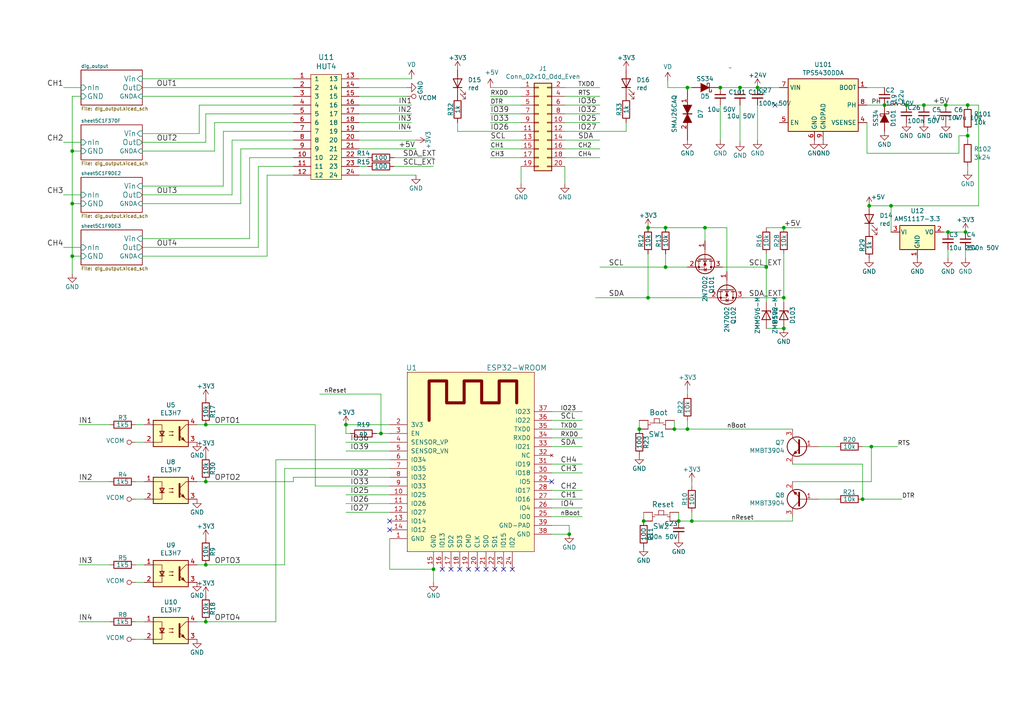
<source format=kicad_sch>
(kicad_sch (version 20230121) (generator eeschema)
  (paper "A4")
  (junction (at 280.67 39.37))
  (junction (at 196.85 151.13))
  (junction (at 208.915 25.4))
  (junction (at 204.47 66.04))
  (junction (at 193.04 66.04))
  (junction (at 200.66 151.13))
  (junction (at 258.445 59.69))
  (junction (at 20.955 59.055))
  (junction (at 199.39 124.46))
  (junction (at 227.33 95.25))
  (junction (at 267.97 30.48))
  (junction (at 187.96 66.04))
  (junction (at 59.69 180.34))
  (junction (at 274.955 67.31))
  (junction (at 195.58 124.46))
  (junction (at 256.54 30.48))
  (junction (at 187.96 86.36))
  (junction (at 250.19 144.78))
  (junction (at 185.42 124.46))
  (junction (at 186.69 151.13))
  (junction (at 280.035 67.31))
  (junction (at 165.1 154.94))
  (junction (at 125.73 165.1))
  (junction (at 110.49 125.73))
  (junction (at 219.71 25.4))
  (junction (at 20.955 43.815))
  (junction (at 252.73 129.54))
  (junction (at 214.63 25.4))
  (junction (at 227.33 86.36))
  (junction (at 274.32 30.48))
  (junction (at 100.33 123.19))
  (junction (at 222.25 77.47))
  (junction (at 227.33 66.04))
  (junction (at 20.955 74.295))
  (junction (at 193.04 77.47))
  (junction (at 59.69 123.19))
  (junction (at 252.095 59.69))
  (junction (at 262.89 30.48))
  (junction (at 59.69 163.83))
  (junction (at 199.39 25.4))
  (junction (at 59.69 139.7))
  (junction (at 280.67 30.48))
  (no_connect (at 160.02 139.7))
  (no_connect (at 113.03 151.13))
  (no_connect (at 113.03 153.67))
  (no_connect (at 138.43 165.1))
  (no_connect (at 133.35 165.1))
  (no_connect (at 135.89 165.1))
  (no_connect (at 146.05 165.1))
  (no_connect (at 224.79 30.48))
  (no_connect (at 148.59 165.1))
  (no_connect (at 143.51 165.1))
  (no_connect (at 128.27 165.1))
  (no_connect (at 130.81 165.1))
  (no_connect (at 140.97 165.1))
  (wire (pts (xy 226.06 25.4) (xy 219.71 25.4)))
  (wire (pts (xy 199.39 124.46) (xy 195.58 124.46)))
  (wire (pts (xy 151.13 45.72) (xy 142.24 45.72)))
  (wire (pts (xy 250.19 134.62) (xy 250.19 144.78)))
  (wire (pts (xy 62.23 35.56) (xy 62.23 43.815)))
  (wire (pts (xy 193.675 25.4) (xy 199.39 25.4)))
  (wire (pts (xy 41.275 69.215) (xy 72.39 69.215)))
  (wire (pts (xy 39.37 185.42) (xy 41.91 185.42)))
  (wire (pts (xy 199.39 124.46) (xy 229.87 124.46)))
  (wire (pts (xy 168.91 124.46) (xy 160.02 124.46)))
  (wire (pts (xy 186.69 151.13) (xy 186.69 148.59)))
  (wire (pts (xy 85.09 35.56) (xy 62.23 35.56)))
  (wire (pts (xy 110.49 125.73) (xy 109.22 125.73)))
  (wire (pts (xy 262.89 30.48) (xy 267.97 30.48)))
  (wire (pts (xy 251.46 30.48) (xy 256.54 30.48)))
  (wire (pts (xy 210.82 78.74) (xy 210.82 66.04)))
  (wire (pts (xy 23.495 74.295) (xy 20.955 74.295)))
  (wire (pts (xy 163.83 33.02) (xy 173.99 33.02)))
  (wire (pts (xy 251.46 44.45) (xy 278.13 44.45)))
  (wire (pts (xy 252.73 139.7) (xy 252.73 129.54)))
  (wire (pts (xy 104.14 40.64) (xy 120.65 40.64)))
  (wire (pts (xy 258.445 59.69) (xy 283.845 59.69)))
  (wire (pts (xy 41.275 53.975) (xy 64.77 53.975)))
  (wire (pts (xy 23.495 41.275) (xy 18.415 41.275)))
  (wire (pts (xy 160.02 127) (xy 168.91 127)))
  (wire (pts (xy 227.33 73.66) (xy 227.33 86.36)))
  (wire (pts (xy 280.67 48.26) (xy 280.67 49.53)))
  (wire (pts (xy 187.96 86.36) (xy 187.96 73.66)))
  (wire (pts (xy 113.03 146.05) (xy 100.33 146.05)))
  (wire (pts (xy 274.955 74.93) (xy 274.955 72.39)))
  (wire (pts (xy 20.955 27.94) (xy 20.955 43.815)))
  (wire (pts (xy 163.83 35.56) (xy 173.99 35.56)))
  (wire (pts (xy 85.09 138.43) (xy 85.09 139.7)))
  (wire (pts (xy 151.13 33.02) (xy 142.24 33.02)))
  (wire (pts (xy 57.15 139.7) (xy 59.69 139.7)))
  (wire (pts (xy 214.63 25.4) (xy 219.71 25.4)))
  (wire (pts (xy 22.86 163.83) (xy 31.75 163.83)))
  (wire (pts (xy 59.69 139.7) (xy 85.09 139.7)))
  (wire (pts (xy 193.675 23.495) (xy 193.675 25.4)))
  (wire (pts (xy 39.37 144.78) (xy 41.91 144.78)))
  (wire (pts (xy 85.09 33.02) (xy 59.69 33.02)))
  (wire (pts (xy 283.845 59.69) (xy 283.845 30.48)))
  (wire (pts (xy 20.955 43.815) (xy 20.955 59.055)))
  (wire (pts (xy 74.93 48.26) (xy 74.93 71.755)))
  (wire (pts (xy 85.09 40.64) (xy 67.31 40.64)))
  (wire (pts (xy 256.54 30.48) (xy 257.81 30.48)))
  (wire (pts (xy 280.67 30.48) (xy 283.845 30.48)))
  (wire (pts (xy 160.02 149.86) (xy 168.91 149.86)))
  (wire (pts (xy 106.68 45.72) (xy 104.14 45.72)))
  (wire (pts (xy 215.9 86.36) (xy 227.33 86.36)))
  (wire (pts (xy 208.915 25.4) (xy 214.63 25.4)))
  (wire (pts (xy 85.09 50.8) (xy 77.47 50.8)))
  (wire (pts (xy 125.73 168.91) (xy 125.73 165.1)))
  (wire (pts (xy 59.69 180.34) (xy 80.01 180.34)))
  (wire (pts (xy 85.09 38.1) (xy 64.77 38.1)))
  (wire (pts (xy 23.495 27.94) (xy 20.955 27.94)))
  (wire (pts (xy 18.415 25.4) (xy 23.495 25.4)))
  (wire (pts (xy 151.13 25.4) (xy 142.24 25.4)))
  (wire (pts (xy 222.25 77.47) (xy 222.25 73.66)))
  (wire (pts (xy 163.83 45.72) (xy 173.99 45.72)))
  (wire (pts (xy 200.66 151.13) (xy 229.87 151.13)))
  (wire (pts (xy 91.44 140.97) (xy 113.03 140.97)))
  (wire (pts (xy 160.02 152.4) (xy 165.1 152.4)))
  (wire (pts (xy 160.02 154.94) (xy 165.1 154.94)))
  (wire (pts (xy 57.15 180.34) (xy 59.69 180.34)))
  (wire (pts (xy 151.13 30.48) (xy 142.24 30.48)))
  (wire (pts (xy 224.79 30.48) (xy 226.06 30.48)))
  (wire (pts (xy 280.67 38.1) (xy 280.67 39.37)))
  (wire (pts (xy 59.69 123.19) (xy 91.44 123.19)))
  (wire (pts (xy 41.275 25.4) (xy 85.09 25.4)))
  (wire (pts (xy 193.04 77.47) (xy 173.99 77.47)))
  (wire (pts (xy 20.955 74.295) (xy 20.955 79.375)))
  (wire (pts (xy 23.495 56.515) (xy 18.415 56.515)))
  (wire (pts (xy 267.97 30.48) (xy 274.32 30.48)))
  (wire (pts (xy 258.445 67.31) (xy 258.445 59.69)))
  (wire (pts (xy 209.55 77.47) (xy 222.25 77.47)))
  (wire (pts (xy 77.47 74.295) (xy 41.275 74.295)))
  (wire (pts (xy 151.13 48.26) (xy 151.13 53.34)))
  (wire (pts (xy 41.275 27.94) (xy 85.09 27.94)))
  (wire (pts (xy 113.03 148.59) (xy 100.33 148.59)))
  (wire (pts (xy 199.39 25.4) (xy 200.66 25.4)))
  (wire (pts (xy 280.035 74.93) (xy 280.035 72.39)))
  (wire (pts (xy 23.495 71.755) (xy 18.415 71.755)))
  (wire (pts (xy 163.83 48.26) (xy 163.83 53.34)))
  (wire (pts (xy 193.04 66.04) (xy 204.47 66.04)))
  (wire (pts (xy 163.83 38.1) (xy 181.61 38.1)))
  (wire (pts (xy 57.15 123.19) (xy 59.69 123.19)))
  (wire (pts (xy 69.85 59.055) (xy 69.85 43.18)))
  (wire (pts (xy 278.13 44.45) (xy 278.13 39.37)))
  (wire (pts (xy 222.25 66.04) (xy 227.33 66.04)))
  (wire (pts (xy 185.42 124.46) (xy 185.42 121.92)))
  (wire (pts (xy 23.495 59.055) (xy 20.955 59.055)))
  (wire (pts (xy 20.955 59.055) (xy 20.955 74.295)))
  (wire (pts (xy 114.3 45.72) (xy 125.73 45.72)))
  (wire (pts (xy 151.13 40.64) (xy 142.24 40.64)))
  (wire (pts (xy 278.13 39.37) (xy 280.67 39.37)))
  (wire (pts (xy 274.32 30.48) (xy 280.67 30.48)))
  (wire (pts (xy 113.03 143.51) (xy 100.33 143.51)))
  (wire (pts (xy 113.03 125.73) (xy 110.49 125.73)))
  (wire (pts (xy 205.74 86.36) (xy 187.96 86.36)))
  (wire (pts (xy 120.65 50.8) (xy 104.14 50.8)))
  (wire (pts (xy 57.785 30.48) (xy 57.785 38.735)))
  (wire (pts (xy 200.66 148.59) (xy 200.66 151.13)))
  (wire (pts (xy 204.47 66.04) (xy 210.82 66.04)))
  (wire (pts (xy 252.095 59.69) (xy 258.445 59.69)))
  (wire (pts (xy 113.03 128.27) (xy 100.33 128.27)))
  (wire (pts (xy 101.6 125.73) (xy 100.33 125.73)))
  (wire (pts (xy 163.83 25.4) (xy 173.99 25.4)))
  (wire (pts (xy 82.55 135.89) (xy 113.03 135.89)))
  (wire (pts (xy 85.09 48.26) (xy 74.93 48.26)))
  (wire (pts (xy 22.86 123.19) (xy 31.75 123.19)))
  (wire (pts (xy 104.14 43.18) (xy 120.65 43.18)))
  (wire (pts (xy 187.96 86.36) (xy 172.72 86.36)))
  (wire (pts (xy 39.37 163.83) (xy 41.91 163.83)))
  (wire (pts (xy 222.25 77.47) (xy 222.25 87.63)))
  (wire (pts (xy 250.19 144.78) (xy 261.62 144.78)))
  (wire (pts (xy 67.31 40.64) (xy 67.31 56.515)))
  (wire (pts (xy 62.23 43.815) (xy 41.275 43.815)))
  (wire (pts (xy 104.14 30.48) (xy 119.38 30.48)))
  (wire (pts (xy 160.02 121.92) (xy 168.91 121.92)))
  (wire (pts (xy 39.37 168.91) (xy 41.91 168.91)))
  (wire (pts (xy 85.09 45.72) (xy 72.39 45.72)))
  (wire (pts (xy 195.58 124.46) (xy 195.58 121.92)))
  (wire (pts (xy 227.33 87.63) (xy 227.33 86.36)))
  (wire (pts (xy 59.69 163.83) (xy 82.55 163.83)))
  (wire (pts (xy 273.685 67.31) (xy 274.955 67.31)))
  (wire (pts (xy 227.33 95.25) (xy 222.25 95.25)))
  (wire (pts (xy 22.86 180.34) (xy 31.75 180.34)))
  (wire (pts (xy 200.66 151.13) (xy 196.85 151.13)))
  (wire (pts (xy 113.03 130.81) (xy 100.33 130.81)))
  (wire (pts (xy 113.03 156.21) (xy 113.03 165.1)))
  (wire (pts (xy 41.275 41.275) (xy 59.69 41.275)))
  (wire (pts (xy 72.39 45.72) (xy 72.39 69.215)))
  (wire (pts (xy 132.715 38.1) (xy 132.715 35.56)))
  (wire (pts (xy 208.28 25.4) (xy 208.915 25.4)))
  (wire (pts (xy 229.87 139.7) (xy 252.73 139.7)))
  (wire (pts (xy 196.85 151.13) (xy 196.85 148.59)))
  (wire (pts (xy 104.14 25.4) (xy 118.11 25.4)))
  (wire (pts (xy 80.01 133.35) (xy 80.01 180.34)))
  (wire (pts (xy 41.275 71.755) (xy 74.93 71.755)))
  (wire (pts (xy 211.455 19.685) (xy 212.09 19.685)))
  (wire (pts (xy 106.68 48.26) (xy 104.14 48.26)))
  (wire (pts (xy 22.86 139.7) (xy 31.75 139.7)))
  (wire (pts (xy 113.03 165.1) (xy 125.73 165.1)))
  (wire (pts (xy 251.46 25.4) (xy 256.54 25.4)))
  (wire (pts (xy 165.1 152.4) (xy 165.1 154.94)))
  (wire (pts (xy 64.77 38.1) (xy 64.77 53.975)))
  (wire (pts (xy 208.915 30.48) (xy 208.915 40.64)))
  (wire (pts (xy 110.49 125.73) (xy 110.49 114.3)))
  (wire (pts (xy 41.275 38.735) (xy 57.785 38.735)))
  (wire (pts (xy 251.46 35.56) (xy 251.46 44.45)))
  (wire (pts (xy 160.02 134.62) (xy 168.91 134.62)))
  (wire (pts (xy 114.3 48.26) (xy 125.73 48.26)))
  (wire (pts (xy 160.02 144.78) (xy 168.91 144.78)))
  (wire (pts (xy 41.275 59.055) (xy 69.85 59.055)))
  (wire (pts (xy 160.02 147.32) (xy 168.91 147.32)))
  (wire (pts (xy 160.02 119.38) (xy 168.91 119.38)))
  (wire (pts (xy 163.83 40.64) (xy 173.99 40.64)))
  (wire (pts (xy 252.73 129.54) (xy 250.19 129.54)))
  (wire (pts (xy 199.39 77.47) (xy 193.04 77.47)))
  (wire (pts (xy 274.955 67.31) (xy 280.035 67.31)))
  (wire (pts (xy 104.14 33.02) (xy 119.38 33.02)))
  (wire (pts (xy 214.63 30.48) (xy 214.63 41.275)))
  (wire (pts (xy 104.14 38.1) (xy 119.38 38.1)))
  (wire (pts (xy 104.14 22.86) (xy 119.38 22.86)))
  (wire (pts (xy 187.96 66.04) (xy 193.04 66.04)))
  (wire (pts (xy 39.37 139.7) (xy 41.91 139.7)))
  (wire (pts (xy 41.275 22.86) (xy 85.09 22.86)))
  (wire (pts (xy 227.33 66.04) (xy 232.41 66.04)))
  (wire (pts (xy 100.33 125.73) (xy 100.33 123.19)))
  (wire (pts (xy 252.73 129.54) (xy 260.35 129.54)))
  (wire (pts (xy 160.02 142.24) (xy 168.91 142.24)))
  (wire (pts (xy 142.24 35.56) (xy 151.13 35.56)))
  (wire (pts (xy 85.09 138.43) (xy 113.03 138.43)))
  (wire (pts (xy 219.71 30.48) (xy 219.71 40.64)))
  (wire (pts (xy 110.49 114.3) (xy 92.71 114.3)))
  (wire (pts (xy 160.02 129.54) (xy 168.91 129.54)))
  (wire (pts (xy 237.49 144.78) (xy 242.57 144.78)))
  (wire (pts (xy 104.14 35.56) (xy 119.38 35.56)))
  (wire (pts (xy 151.13 43.18) (xy 142.24 43.18)))
  (wire (pts (xy 193.04 77.47) (xy 193.04 73.66)))
  (wire (pts (xy 181.61 38.1) (xy 181.61 35.56)))
  (wire (pts (xy 199.39 121.92) (xy 199.39 124.46)))
  (wire (pts (xy 163.83 27.94) (xy 173.99 27.94)))
  (wire (pts (xy 100.33 123.19) (xy 113.03 123.19)))
  (wire (pts (xy 57.15 163.83) (xy 59.69 163.83)))
  (wire (pts (xy 91.44 123.19) (xy 91.44 140.97)))
  (wire (pts (xy 200.66 139.7) (xy 200.66 140.97)))
  (wire (pts (xy 132.715 38.1) (xy 151.13 38.1)))
  (wire (pts (xy 237.49 129.54) (xy 242.57 129.54)))
  (wire (pts (xy 69.85 43.18) (xy 85.09 43.18)))
  (wire (pts (xy 41.275 56.515) (xy 67.31 56.515)))
  (wire (pts (xy 39.37 128.27) (xy 41.91 128.27)))
  (wire (pts (xy 59.69 33.02) (xy 59.69 41.275)))
  (wire (pts (xy 151.13 27.94) (xy 142.24 27.94)))
  (wire (pts (xy 77.47 50.8) (xy 77.47 74.295)))
  (wire (pts (xy 23.495 43.815) (xy 20.955 43.815)))
  (wire (pts (xy 39.37 180.34) (xy 41.91 180.34)))
  (wire (pts (xy 163.83 43.18) (xy 173.99 43.18)))
  (wire (pts (xy 160.02 137.16) (xy 168.91 137.16)))
  (wire (pts (xy 85.09 30.48) (xy 57.785 30.48)))
  (wire (pts (xy 39.37 123.19) (xy 41.91 123.19)))
  (wire (pts (xy 199.39 113.03) (xy 199.39 114.3)))
  (wire (pts (xy 229.87 149.86) (xy 229.87 151.13)))
  (wire (pts (xy 229.87 134.62) (xy 250.19 134.62)))
  (wire (pts (xy 113.03 133.35) (xy 80.01 133.35)))
  (wire (pts (xy 82.55 163.83) (xy 82.55 135.89)))
  (wire (pts (xy 104.14 27.94) (xy 118.11 27.94)))
  (wire (pts (xy 204.47 69.85) (xy 204.47 66.04)))
  (wire (pts (xy 280.67 39.37) (xy 280.67 40.64)))
  (wire (pts (xy 163.83 30.48) (xy 173.99 30.48)))
  (label "IO27" (at 167.64 38.1 0) (effects (font (size 1.524 1.524))))
  (label "SCL" (at 162.56 121.92 0) (effects (font (size 1.524 1.524))))
  (label "IO39" (at 142.24 33.02 0) (effects (font (size 1.524 1.524))))
  (label "CH4" (at 167.64 45.72 0))
  (label "IO33" (at 142.24 35.56 0) (effects (font (size 1.524 1.524))))
  (label "DTR" (at 261.62 144.78 0))
  (label "CH1" (at 142.24 43.18 0))
  (label "IN2" (at 22.86 139.7 0) (effects (font (size 1.524 1.524))))
  (label "SCL" (at 142.24 40.64 0) (effects (font (size 1.524 1.524))))
  (label "IO25" (at 167.64 35.56 0) (effects (font (size 1.524 1.524))))
  (label "SDA_EXT" (at 217.17 86.36 0) (effects (font (size 1.524 1.524))))
  (label "IN4" (at 22.86 180.34 0) (effects (font (size 1.524 1.524))))
  (label "OPTO3" (at 62.23 163.83 0) (effects (font (size 1.524 1.524))))
  (label "SCL" (at 176.53 77.47 0) (effects (font (size 1.524 1.524))))
  (label "IN3" (at 119.38 35.56 180) (effects (font (size 1.524 1.524))))
  (label "OUT3" (at 51.435 56.515 180) (effects (font (size 1.524 1.524))))
  (label "CH4" (at 162.56 134.62 0) (effects (font (size 1.524 1.524))))
  (label "IO26" (at 142.24 38.1 0) (effects (font (size 1.524 1.524))))
  (label "IO32" (at 167.64 33.02 0) (effects (font (size 1.524 1.524))))
  (label "OPTO4" (at 62.23 180.34 0) (effects (font (size 1.524 1.524))))
  (label "DTR" (at 142.24 30.48 0))
  (label "IN3" (at 22.86 163.83 0) (effects (font (size 1.524 1.524))))
  (label "IN1" (at 22.86 123.19 0) (effects (font (size 1.524 1.524))))
  (label "CH1" (at 162.56 144.78 0) (effects (font (size 1.524 1.524))))
  (label "IO27" (at 101.6 148.59 0) (effects (font (size 1.524 1.524))))
  (label "RTS" (at 260.35 129.54 0))
  (label "SCL_EXT" (at 217.17 77.47 0) (effects (font (size 1.524 1.524))))
  (label "OPTO2" (at 62.23 139.7 0) (effects (font (size 1.524 1.524))))
  (label "IO23" (at 162.56 119.38 0))
  (label "CH4" (at 18.415 71.755 180) (effects (font (size 1.524 1.524))))
  (label "nBoot" (at 162.56 149.86 0))
  (label "IO26" (at 101.6 146.05 0) (effects (font (size 1.524 1.524))))
  (label "IO36" (at 167.64 30.48 0) (effects (font (size 1.524 1.524))))
  (label "CH1" (at 18.415 25.4 180) (effects (font (size 1.524 1.524))))
  (label "OUT1" (at 51.3955 25.4025 180) (effects (font (size 1.524 1.524))))
  (label "CH2" (at 167.64 43.18 0))
  (label "IO36" (at 101.6 128.27 0) (effects (font (size 1.524 1.524))))
  (label "RXD0" (at 162.56 127 0))
  (label "CH3" (at 162.56 137.16 0) (effects (font (size 1.524 1.524))))
  (label "IO25" (at 101.6 143.51 0) (effects (font (size 1.524 1.524))))
  (label "SCL_EXT" (at 116.84 48.26 0) (effects (font (size 1.524 1.524))))
  (label "IN2" (at 119.38 33.02 180) (effects (font (size 1.524 1.524))))
  (label "TXD0" (at 167.64 25.4 0))
  (label "OPTO1" (at 62.23 123.19 0) (effects (font (size 1.524 1.524))))
  (label "+5V" (at 227.33 66.04 0) (effects (font (size 1.524 1.524))))
  (label "+5V" (at 115.57 43.18 0) (effects (font (size 1.524 1.524))))
  (label "nBoot" (at 210.82 124.46 0))
  (label "IO32" (at 101.6 138.43 0) (effects (font (size 1.524 1.524))))
  (label "CH2" (at 18.415 41.275 180) (effects (font (size 1.524 1.524))))
  (label "SDA_EXT" (at 116.84 45.72 0) (effects (font (size 1.524 1.524))))
  (label "OUT2" (at 51.435 41.275 180) (effects (font (size 1.524 1.524))))
  (label "IN1" (at 115.57 30.48 0) (effects (font (size 1.524 1.524))))
  (label "nReset" (at 212.09 151.13 0))
  (label "IN4" (at 119.38 38.1 180) (effects (font (size 1.524 1.524))))
  (label "IO33" (at 101.6 140.97 0) (effects (font (size 1.524 1.524))))
  (label "+5V" (at 270.51 30.48 0) (effects (font (size 1.524 1.524))))
  (label "IO39" (at 101.6 130.81 0) (effects (font (size 1.524 1.524))))
  (label "CH2" (at 162.56 142.24 0) (effects (font (size 1.524 1.524))))
  (label "SDA" (at 167.64 40.64 0) (effects (font (size 1.524 1.524))))
  (label "RXD0" (at 142.24 27.94 0))
  (label "nReset" (at 93.98 114.3 0))
  (label "IO4" (at 162.56 147.32 0) (effects (font (size 1.524 1.524))))
  (label "RTS" (at 167.64 27.94 0))
  (label "CH3" (at 142.24 45.72 0))
  (label "OUT4" (at 51.435 71.755 180) (effects (font (size 1.524 1.524))))
  (label "TXD0" (at 162.56 124.46 0))
  (label "PH" (at 252.73 30.48 0))
  (label "SDA" (at 176.53 86.36 0) (effects (font (size 1.524 1.524))))
  (label "CH3" (at 18.415 56.515 180) (effects (font (size 1.524 1.524))))
  (label "SDA" (at 162.56 129.54 0) (effects (font (size 1.524 1.524))))
  (symbol (lib_id "standard:Switch_4P") (at 191.77 149.86 0) (unit 1)
    (property "Reference" "SW2" (at 191.77 152.654 0) (effects (font (size 1.524 1.524))))
    (property "Value" "Reset" (at 192.278 146.304 0) (effects (font (size 1.524 1.524))))
    (property "Footprint" "switches:SMD_Switch_6.5x6" (effects hide))
    (property "Mouser" " 667-EVQ-Q2B03W " (effects hide))
  )
  (symbol (lib_id "Device:R") (at 186.69 154.94 0) (unit 1)
    (property "Reference" "R11" (at 188.722 154.94 90))
    (property "Value" "100" (at 186.69 154.94 90))
    (property "Footprint" "Resistor_SMD:R_0603_1608Metric" (effects hide))
  )
  (symbol (lib_id "esp32control-rescue:C_Small-device-esp32ValveControl-rescue") (at 196.85 153.67 0) (mirror y) (unit 1)
    (property "Reference" "C23" (at 196.596 151.892 0) (effects (justify left)))
    (property "Value" "100n 50V" (at 196.596 155.702 0) (effects (justify left)))
    (property "Footprint" "Capacitor_SMD:C_0603_1608Metric" (effects hide))
    (property "Mouser" " 80-C0603C104M5R " (effects hide))
    (property "JLCPCB#" "C14663" (effects hide))
  )
  (symbol (lib_id "esp32control-rescue:GND-power-esp32ValveControl-rescue") (at 196.85 156.21 0) (mirror y) (unit 1)
    (property "Reference" "#PWR022" (effects hide))
    (property "Value" "GND" (at 196.85 160.02 0))
  )
  (symbol (lib_id "esp32control-rescue:GND-power-esp32ValveControl-rescue") (at 186.69 158.75 0) (mirror y) (unit 1)
    (property "Reference" "#PWR023" (effects hide))
    (property "Value" "GND" (at 186.69 162.56 0))
  )
  (symbol (lib_id "Device:R") (at 200.66 144.78 180) (unit 1)
    (property "Reference" "R10" (at 198.628 144.78 90))
    (property "Value" "10k" (at 200.66 144.78 90))
    (property "Footprint" "Resistor_SMD:R_0603_1608Metric" (effects hide))
    (property "JLCPCB#" "C25804" (effects hide))
  )
  (symbol (lib_id "esp32control-rescue:+3.3V-power-esp32ValveControl-rescue") (at 200.66 139.7 0) (unit 1)
    (property "Reference" "#PWR030" (effects hide))
    (property "Value" "+3.3V" (at 200.66 136.144 0))
  )
  (symbol (lib_id "esp32control-rescue:D_Schottky-device-esp32ValveControl-rescue") (at 204.47 25.4 180) (unit 1)
    (property "Reference" "D5" (at 204.47 27.94 0))
    (property "Value" "SS34" (at 204.47 22.86 0))
    (property "Footprint" "Diode_SMD:D_SMA" (effects hide))
    (property "JLCPCB#" "C8678" (effects hide))
  )
  (symbol (lib_id "esp32control-rescue:+24V-power-esp32ValveControl-rescue") (at 219.71 25.4 0) (unit 1)
    (property "Reference" "#PWR038" (effects hide))
    (property "Value" "+24V" (at 219.71 21.844 0))
  )
  (symbol (lib_id "esp32control-rescue:C_Small-device-esp32ValveControl-rescue") (at 219.71 27.94 0) (unit 1)
    (property "Reference" "C27" (at 219.964 26.162 0) (effects (justify left)))
    (property "Value" "100n 50V" (at 219.964 29.972 0) (effects (justify left)))
    (property "Footprint" "Capacitor_SMD:C_0603_1608Metric" (effects hide))
    (property "Mouser" " 80-C0603C104M5R " (effects hide))
    (property "JLCPCB#" "C14663" (effects hide))
  )
  (symbol (lib_id "esp32control-rescue:GND-power-esp32ValveControl-rescue") (at 219.71 40.64 0) (unit 1)
    (property "Reference" "#PWR043" (effects hide))
    (property "Value" "GND" (at 219.71 44.45 0))
  )
  (symbol (lib_id "esp32control-rescue:C_Small-device-esp32ValveControl-rescue") (at 262.89 33.02 0) (unit 1)
    (property "Reference" "C26" (at 263.144 31.242 0) (effects (justify left)))
    (property "Value" "100n 50V" (at 263.144 35.052 0) (effects (justify left)))
    (property "Footprint" "Capacitor_SMD:C_0603_1608Metric" (effects hide))
    (property "Mouser" " 80-C0603C104M5R " (effects hide))
    (property "JLCPCB#" "C14663" (effects hide))
  )
  (symbol (lib_id "esp32control-rescue:GND-power-esp32ValveControl-rescue") (at 262.89 35.56 0) (unit 1)
    (property "Reference" "#PWR044" (effects hide))
    (property "Value" "GND" (at 262.89 39.37 0))
  )
  (symbol (lib_id "esp32control-rescue:TVS-device-esp32ValveControl-rescue") (at 199.39 33.02 270) (unit 1)
    (property "Reference" "D7" (at 203.2 33.02 0))
    (property "Value" "SMAJ26CAQ" (at 195.58 33.02 0))
    (property "Footprint" "Diode_SMD:D_SMA" (effects hide))
    (property "Mouser" " 621-SMAJ26CAQ-13-F " (effects hide))
  )
  (symbol (lib_id "esp32control-rescue:GND-power-esp32ValveControl-rescue") (at 199.39 40.64 0) (unit 1)
    (property "Reference" "#PWR046" (effects hide))
    (property "Value" "GND" (at 199.39 44.45 0))
  )
  (symbol (lib_id "esp32control-rescue:L_Small-device-esp32ValveControl-rescue") (at 260.35 30.48 90) (unit 1)
    (property "Reference" "L9" (at 259.334 29.718 0) (effects (justify left)))
    (property "Value" "22u" (at 261.366 29.718 0) (effects (justify left)))
    (property "Footprint" "Inductor_SMD:L_Ferrocore_DLG-0705" (effects hide))
    (property "JLCPCB#" "C5289446" (effects hide))
  )
  (symbol (lib_id "esp32control-rescue:GND-power-esp32ValveControl-rescue") (at 238.76 40.64 0) (unit 1)
    (property "Reference" "#PWR033" (effects hide))
    (property "Value" "GND" (at 238.76 44.45 0))
  )
  (symbol (lib_id "esp32control-rescue:GND-power-esp32ValveControl-rescue") (at 256.54 38.1 0) (unit 1)
    (property "Reference" "#PWR034" (effects hide))
    (property "Value" "GND" (at 256.54 41.91 0))
  )
  (symbol (lib_id "esp32control-rescue:GND-power-esp32ValveControl-rescue") (at 267.97 35.56 0) (unit 1)
    (property "Reference" "#PWR035" (effects hide))
    (property "Value" "GND" (at 267.97 39.37 0))
  )
  (symbol (lib_id "esp32control-rescue:+3.3V-power-esp32ValveControl-rescue") (at 280.035 67.31 0) (unit 1)
    (property "Reference" "#PWR037" (effects hide))
    (property "Value" "+3.3V" (at 280.035 63.754 0))
  )
  (symbol (lib_id "esp32control-rescue:GND-power-esp32ValveControl-rescue") (at 57.15 144.78 0) (unit 1)
    (property "Reference" "#PWR054" (effects hide))
    (property "Value" "GND" (at 57.15 148.59 0))
  )
  (symbol (lib_id "esp32control-rescue:GND-power-esp32ValveControl-rescue") (at 57.15 128.27 0) (unit 1)
    (property "Reference" "#PWR055" (effects hide))
    (property "Value" "GND" (at 57.15 132.08 0))
  )
  (symbol (lib_id "Device:R") (at 59.69 119.38 0) (mirror x) (unit 1)
    (property "Reference" "R17" (at 61.722 119.38 90))
    (property "Value" "10k" (at 59.69 119.38 90))
    (property "Footprint" "Resistor_SMD:R_0603_1608Metric" (effects hide))
    (property "JLCPCB#" "C25804" (effects hide))
  )
  (symbol (lib_id "Device:R") (at 59.69 135.89 0) (mirror x) (unit 1)
    (property "Reference" "R30" (at 61.722 135.89 90))
    (property "Value" "10k" (at 59.69 135.89 90))
    (property "Footprint" "Resistor_SMD:R_0603_1608Metric" (effects hide))
    (property "JLCPCB#" "C25804" (effects hide))
  )
  (symbol (lib_id "esp32control-rescue:+3.3V-power-esp32ValveControl-rescue") (at 59.69 132.08 0) (unit 1)
    (property "Reference" "#PWR056" (effects hide))
    (property "Value" "+3.3V" (at 59.69 128.524 0))
  )
  (symbol (lib_id "esp32control-rescue:+3.3V-power-esp32ValveControl-rescue") (at 59.69 115.57 0) (unit 1)
    (property "Reference" "#PWR057" (effects hide))
    (property "Value" "+3.3V" (at 59.69 112.014 0))
  )
  (symbol (lib_id "ESP32-footprints-Shem-Lib:ESP32-WROOM") (at 137.16 138.43 0) (unit 1)
    (property "Reference" "U1" (at 119.38 106.68 0) (effects (font (size 1.524 1.524))))
    (property "Value" "ESP32-WROOM" (at 149.86 106.68 0) (effects (font (size 1.524 1.524))))
    (property "Footprint" "ESP32-footprints-Lib:ESP32-WROOM" (effects hide))
    (property "Mouser" " 356-ESP32WRM32UE28UH " (effects hide))
  )
  (symbol (lib_id "standard:Switch_4P") (at 190.5 123.19 0) (unit 1)
    (property "Reference" "SW1" (at 190.5 125.984 0) (effects (font (size 1.524 1.524))))
    (property "Value" "Boot" (at 191.008 119.634 0) (effects (font (size 1.524 1.524))))
    (property "Footprint" "switches:SMD_Switch_6.5x6" (effects hide))
    (property "Mouser" " 667-EVQ-Q2B03W " (effects hide))
  )
  (symbol (lib_id "Device:R") (at 185.42 128.27 0) (unit 1)
    (property "Reference" "R23" (at 187.452 128.27 90))
    (property "Value" "100" (at 185.42 128.27 90))
    (property "Footprint" "Resistor_SMD:R_0603_1608Metric" (effects hide))
  )
  (symbol (lib_id "esp32control-rescue:GND-power-esp32ValveControl-rescue") (at 185.42 132.08 0) (mirror y) (unit 1)
    (property "Reference" "#PWR06" (effects hide))
    (property "Value" "GND" (at 185.42 135.89 0))
  )
  (symbol (lib_id "Device:R") (at 199.39 118.11 180) (unit 1)
    (property "Reference" "R22" (at 197.358 118.11 90))
    (property "Value" "10k" (at 199.39 118.11 90))
    (property "Footprint" "Resistor_SMD:R_0603_1608Metric" (effects hide))
    (property "JLCPCB#" "C25804" (effects hide))
  )
  (symbol (lib_id "esp32control-rescue:+3.3V-power-esp32ValveControl-rescue") (at 199.39 113.03 0) (unit 1)
    (property "Reference" "#PWR07" (effects hide))
    (property "Value" "+3.3V" (at 199.39 109.474 0))
  )
  (symbol (lib_id "esp32control-rescue:GND-power-esp32ValveControl-rescue") (at 165.1 154.94 0) (unit 1)
    (property "Reference" "#PWR09" (effects hide))
    (property "Value" "GND" (at 165.1 158.75 0))
  )
  (symbol (lib_id "esp32control-rescue:GND-power-esp32ValveControl-rescue") (at 125.73 168.91 0) (unit 1)
    (property "Reference" "#PWR010" (effects hide))
    (property "Value" "GND" (at 125.73 172.72 0))
  )
  (symbol (lib_id "esp32control-rescue:+3.3V-power-esp32ValveControl-rescue") (at 100.33 123.19 0) (unit 1)
    (property "Reference" "#PWR011" (effects hide))
    (property "Value" "+3.3V" (at 100.33 119.634 0))
  )
  (symbol (lib_id "Device:R") (at 105.41 125.73 90) (mirror x) (unit 1)
    (property "Reference" "R19" (at 105.41 123.19 90))
    (property "Value" "nb" (at 105.41 125.73 90))
    (property "Footprint" "Resistor_SMD:R_0603_1608Metric" (effects hide))
  )
  (symbol (lib_id "esp32control-rescue:GND-power-esp32ValveControl-rescue") (at 57.15 185.42 0) (unit 1)
    (property "Reference" "#PWR014" (effects hide))
    (property "Value" "GND" (at 57.15 189.23 0))
  )
  (symbol (lib_id "esp32control-rescue:GND-power-esp32ValveControl-rescue") (at 57.15 168.91 0) (unit 1)
    (property "Reference" "#PWR015" (effects hide))
    (property "Value" "GND" (at 57.15 172.72 0))
  )
  (symbol (lib_id "Device:R") (at 59.69 160.02 0) (mirror x) (unit 1)
    (property "Reference" "R9" (at 61.722 160.02 90))
    (property "Value" "10k" (at 59.69 160.02 90))
    (property "Footprint" "Resistor_SMD:R_0603_1608Metric" (effects hide))
    (property "JLCPCB#" "C25804" (effects hide))
  )
  (symbol (lib_id "Device:R") (at 59.69 176.53 0) (mirror x) (unit 1)
    (property "Reference" "R18" (at 61.722 176.53 90))
    (property "Value" "10k" (at 59.69 176.53 90))
    (property "Footprint" "Resistor_SMD:R_0603_1608Metric" (effects hide))
    (property "JLCPCB#" "C25804" (effects hide))
  )
  (symbol (lib_id "esp32control-rescue:+3.3V-power-esp32ValveControl-rescue") (at 59.69 172.72 0) (unit 1)
    (property "Reference" "#PWR016" (effects hide))
    (property "Value" "+3.3V" (at 59.69 169.164 0))
  )
  (symbol (lib_id "esp32control-rescue:+3.3V-power-esp32ValveControl-rescue") (at 59.69 156.21 0) (unit 1)
    (property "Reference" "#PWR017" (effects hide))
    (property "Value" "+3.3V" (at 59.69 152.654 0))
  )
  (symbol (lib_id "Device:R") (at 35.56 123.19 270) (mirror x) (unit 1)
    (property "Reference" "R3" (at 35.56 121.158 90))
    (property "Value" "1k5" (at 35.56 123.19 90))
    (property "Footprint" "Resistor_SMD:R_0603_1608Metric" (effects hide))
  )
  (symbol (lib_id "Device:R") (at 35.56 139.7 270) (mirror x) (unit 1)
    (property "Reference" "R4" (at 35.56 137.668 90))
    (property "Value" "1k5" (at 35.56 139.7 90))
    (property "Footprint" "Resistor_SMD:R_0603_1608Metric" (effects hide))
  )
  (symbol (lib_id "Device:R") (at 35.56 163.83 270) (mirror x) (unit 1)
    (property "Reference" "R5" (at 35.56 161.798 90))
    (property "Value" "1k5" (at 35.56 163.83 90))
    (property "Footprint" "Resistor_SMD:R_0603_1608Metric" (effects hide))
  )
  (symbol (lib_id "Device:R") (at 35.56 180.34 270) (mirror x) (unit 1)
    (property "Reference" "R8" (at 35.56 178.308 90))
    (property "Value" "1k5" (at 35.56 180.34 90))
    (property "Footprint" "Resistor_SMD:R_0603_1608Metric" (effects hide))
  )
  (symbol (lib_id "Isolator:FODM217A") (at 49.53 125.73 0) (unit 1)
    (property "Reference" "U5" (at 49.53 117.475 0))
    (property "Value" "EL3H7" (at 49.53 119.7864 0))
    (property "Footprint" "Package_SO:SOP-4_4.4x2.6mm_P1.27mm" (effects hide))
    (property "Datasheet" "https://www.onsemi.com/pub/Collateral/FODM214-D.PDF" (effects hide))
    (property "JLCPCB#" "C32565" (effects hide))
  )
  (symbol (lib_id "Isolator:FODM217A") (at 49.53 142.24 0) (unit 1)
    (property "Reference" "U8" (at 49.53 133.985 0))
    (property "Value" "EL3H7" (at 49.53 136.2964 0))
    (property "Footprint" "Package_SO:SOP-4_4.4x2.6mm_P1.27mm" (effects hide))
    (property "Datasheet" "https://www.onsemi.com/pub/Collateral/FODM214-D.PDF" (effects hide))
    (property "JLCPCB#" "C32565" (effects hide))
  )
  (symbol (lib_id "Isolator:FODM217A") (at 49.53 166.37 0) (unit 1)
    (property "Reference" "U9" (at 49.53 158.115 0))
    (property "Value" "EL3H7" (at 49.53 160.4264 0))
    (property "Footprint" "Package_SO:SOP-4_4.4x2.6mm_P1.27mm" (effects hide))
    (property "Datasheet" "https://www.onsemi.com/pub/Collateral/FODM214-D.PDF" (effects hide))
    (property "JLCPCB#" "C32565" (effects hide))
  )
  (symbol (lib_id "Isolator:FODM217A") (at 49.53 182.88 0) (unit 1)
    (property "Reference" "U10" (at 49.53 174.625 0))
    (property "Value" "EL3H7" (at 49.53 176.9364 0))
    (property "Footprint" "Package_SO:SOP-4_4.4x2.6mm_P1.27mm" (effects hide))
    (property "Datasheet" "https://www.onsemi.com/pub/Collateral/FODM214-D.PDF" (effects hide))
    (property "JLCPCB#" "C32565" (effects hide))
  )
  (symbol (lib_id "esp32control-rescue:VCOM-power-esp32ValveControl-rescue") (at 39.37 128.27 90) (unit 1)
    (property "Reference" "#PWR018" (effects hide))
    (property "Value" "VCOM" (at 36.1188 127.8128 90) (effects (justify left)))
  )
  (symbol (lib_id "esp32control-rescue:VCOM-power-esp32ValveControl-rescue") (at 39.37 144.78 90) (unit 1)
    (property "Reference" "#PWR019" (effects hide))
    (property "Value" "VCOM" (at 36.1188 144.3228 90) (effects (justify left)))
  )
  (symbol (lib_id "esp32control-rescue:VCOM-power-esp32ValveControl-rescue") (at 39.37 168.91 90) (unit 1)
    (property "Reference" "#PWR020" (effects hide))
    (property "Value" "VCOM" (at 36.1188 168.4528 90) (effects (justify left)))
  )
  (symbol (lib_id "esp32control-rescue:VCOM-power-esp32ValveControl-rescue") (at 39.37 185.42 90) (unit 1)
    (property "Reference" "#PWR021" (effects hide))
    (property "Value" "VCOM" (at 36.1188 184.9628 90) (effects (justify left)))
  )
  (symbol (lib_id "esp32control-rescue:VCOM-power-esp32ValveControl-rescue") (at 118.11 27.94 270) (unit 1)
    (property "Reference" "#PWR024" (effects hide))
    (property "Value" "VCOM" (at 121.3612 28.3718 90) (effects (justify left)))
  )
  (symbol (lib_id "hut3:HUT4") (at 95.25 33.02 0) (unit 1)
    (property "Reference" "U11" (at 94.615 16.5862 0) (effects (font (size 1.524 1.524))))
    (property "Value" "HUT4" (at 94.615 19.2786 0) (effects (font (size 1.524 1.524))))
    (property "Footprint" "cb_hut:CB_HUT_4" (effects hide))
  )
  (symbol (lib_id "Transistor_FET:2N7002") (at 204.47 74.93 270) (unit 1)
    (property "Reference" "Q101" (at 206.375 80.01 0) (effects (justify left)))
    (property "Value" "2N7002" (at 204.47 80.01 0) (effects (justify left)))
    (property "Footprint" "Package_TO_SOT_SMD:SOT-23" (effects hide))
    (property "Datasheet" "https://www.onsemi.com/pub/Collateral/NDS7002A-D.PDF" (effects hide))
    (property "Mouser" " 771-BSS138P215 " (effects hide))
    (property "JLCPCB#" "C8545" (effects hide))
  )
  (symbol (lib_id "Transistor_FET:2N7002") (at 210.82 83.82 270) (unit 1)
    (property "Reference" "Q102" (at 212.725 88.9 0) (effects (justify left)))
    (property "Value" "2N7002" (at 210.82 88.9 0) (effects (justify left)))
    (property "Footprint" "Package_TO_SOT_SMD:SOT-23" (effects hide))
    (property "Datasheet" "https://www.onsemi.com/pub/Collateral/NDS7002A-D.PDF" (effects hide))
    (property "Mouser" " 771-BSS138P215 " (effects hide))
    (property "JLCPCB#" "C8545" (effects hide))
  )
  (symbol (lib_id "Device:R") (at 193.04 69.85 180) (unit 1)
    (property "Reference" "R13" (at 191.008 69.85 90))
    (property "Value" "10k" (at 193.04 69.85 90))
    (property "Footprint" "Resistor_SMD:R_0603_1608Metric" (effects hide))
    (property "JLCPCB#" "C25804" (effects hide))
  )
  (symbol (lib_id "Device:R") (at 187.96 69.85 180) (unit 1)
    (property "Reference" "R12" (at 185.928 69.85 90))
    (property "Value" "10k" (at 187.96 69.85 90))
    (property "Footprint" "Resistor_SMD:R_0603_1608Metric" (effects hide))
    (property "JLCPCB#" "C25804" (effects hide))
  )
  (symbol (lib_id "Device:R") (at 222.25 69.85 180) (unit 1)
    (property "Reference" "R16" (at 220.218 69.85 90))
    (property "Value" "10k" (at 222.25 69.85 90))
    (property "Footprint" "Resistor_SMD:R_0603_1608Metric" (effects hide))
    (property "JLCPCB#" "C25804" (effects hide))
  )
  (symbol (lib_id "Device:R") (at 227.33 69.85 180) (unit 1)
    (property "Reference" "R28" (at 225.298 69.85 90))
    (property "Value" "10k" (at 227.33 69.85 90))
    (property "Footprint" "Resistor_SMD:R_0603_1608Metric" (effects hide))
    (property "JLCPCB#" "C25804" (effects hide))
  )
  (symbol (lib_id "esp32control-rescue:GND-power-esp32ValveControl-rescue") (at 118.11 25.4 90) (unit 1)
    (property "Reference" "#PWR0105" (effects hide))
    (property "Value" "GND" (at 121.92 25.4 0))
  )
  (symbol (lib_id "Regulator_Linear:LM1117-3.3") (at 266.065 67.31 0) (unit 1)
    (property "Reference" "U12" (at 266.065 61.1632 0))
    (property "Value" "AMS1117-3.3" (at 266.065 63.4746 0))
    (property "Footprint" "Package_TO_SOT_SMD:SOT-223-3_TabPin2" (effects hide))
    (property "Datasheet" "http://www.ti.com/lit/ds/symlink/lm1117.pdf" (effects hide))
    (property "Mouser" " 926-LM1117MP-3.3NOPB " (effects hide))
    (property "JLCPCB#" "C6186" (effects hide))
  )
  (symbol (lib_id "esp32control-rescue:GND-power-esp32ValveControl-rescue") (at 266.065 74.93 0) (unit 1)
    (property "Reference" "#PWR012" (effects hide))
    (property "Value" "GND" (at 266.065 78.74 0))
  )
  (symbol (lib_id "esp32control-rescue:+3.3V-power-esp32ValveControl-rescue") (at 187.96 66.04 0) (unit 1)
    (property "Reference" "#PWR01" (effects hide))
    (property "Value" "+3.3V" (at 187.96 62.484 0))
  )
  (symbol (lib_id "esp32control-rescue:C_Small-device-esp32ValveControl-rescue") (at 256.54 27.94 0) (unit 1)
    (property "Reference" "C2" (at 256.794 26.162 0) (effects (justify left)))
    (property "Value" "10n 50V" (at 256.794 29.972 0) (effects (justify left)))
    (property "Footprint" "Capacitor_SMD:C_0603_1608Metric" (effects hide))
  )
  (symbol (lib_id "esp32control-rescue:GND-power-esp32ValveControl-rescue") (at 208.915 40.64 0) (unit 1)
    (property "Reference" "#PWR0103" (effects hide))
    (property "Value" "GND" (at 208.915 44.45 0))
  )
  (symbol (lib_id "esp32control-rescue:GND-power-esp32ValveControl-rescue") (at 20.955 79.375 0) (unit 1)
    (property "Reference" "#PWR0102" (effects hide))
    (property "Value" "GND" (at 20.955 83.185 0))
  )
  (symbol (lib_id "Device:LED") (at 252.095 63.5 90) (unit 1)
    (property "Reference" "D14" (at 255.0668 62.5348 90) (effects (justify right)))
    (property "Value" "red" (at 255.0668 64.8462 90) (effects (justify right)))
    (property "Footprint" "LED_SMD:LED_0603_1608Metric_Pad1.05x0.95mm_HandSolder" (effects hide))
    (property "Mouser" " 710-150060RS75000 " (effects hide))
    (property "JLCPCB#" "C2286" (effects hide))
  )
  (symbol (lib_id "Device:R") (at 252.095 71.12 180) (unit 1)
    (property "Reference" "R29" (at 250.063 71.12 90))
    (property "Value" "1k" (at 252.095 71.12 90))
    (property "Footprint" "Resistor_SMD:R_0603_1608Metric" (effects hide))
    (property "JLCPCB#" "C21190" (effects hide))
  )
  (symbol (lib_id "esp32control-rescue:GND-power-esp32ValveControl-rescue") (at 252.095 74.93 0) (unit 1)
    (property "Reference" "#PWR0106" (effects hide))
    (property "Value" "GND" (at 252.095 78.74 0))
  )
  (symbol (lib_id "esp32control-rescue:GND-power-esp32ValveControl-rescue") (at 120.65 50.8 0) (unit 1)
    (property "Reference" "#PWR04" (effects hide))
    (property "Value" "GND" (at 120.65 54.61 0))
  )
  (symbol (lib_id "esp32control-rescue:GND-power-esp32ValveControl-rescue") (at 163.83 53.34 0) (unit 1)
    (property "Reference" "#PWR0107" (effects hide))
    (property "Value" "GND" (at 163.83 57.15 0))
  )
  (symbol (lib_id "esp32control-rescue:C_Small-device-esp32ValveControl-rescue") (at 280.035 69.85 0) (unit 1)
    (property "Reference" "C4" (at 280.289 68.072 0) (effects (justify left)))
    (property "Value" "100n 50V" (at 280.289 71.882 0) (effects (justify left)))
    (property "Footprint" "Capacitor_SMD:C_0603_1608Metric" (effects hide))
    (property "Mouser" " 80-C0603C104M5R " (effects hide))
    (property "JLCPCB#" "C14663" (effects hide))
  )
  (symbol (lib_id "esp32control-rescue:GND-power-esp32ValveControl-rescue") (at 280.035 74.93 0) (unit 1)
    (property "Reference" "#PWR025" (effects hide))
    (property "Value" "GND" (at 280.035 78.74 0))
  )
  (symbol (lib_id "Device:R") (at 110.49 48.26 270) (unit 1)
    (property "Reference" "R15" (at 105.41 46.99 90))
    (property "Value" "100" (at 110.49 48.26 90))
    (property "Footprint" "Resistor_SMD:R_0603_1608Metric" (effects hide))
  )
  (symbol (lib_id "Device:R") (at 110.49 45.72 270) (unit 1)
    (property "Reference" "R14" (at 105.41 44.45 90))
    (property "Value" "100" (at 110.49 45.72 90))
    (property "Footprint" "Resistor_SMD:R_0603_1608Metric" (effects hide))
  )
  (symbol (lib_id "esp32control-rescue:+3.3V-power-esp32ValveControl-rescue") (at 120.65 40.64 270) (unit 1)
    (property "Reference" "#PWR03" (effects hide))
    (property "Value" "+3.3V" (at 124.206 40.64 0))
  )
  (symbol (lib_id "Diode:ZMMxx") (at 227.33 91.44 270) (unit 1)
    (property "Reference" "D103" (at 229.87 91.44 0))
    (property "Value" "ZMM5V6-M" (at 224.79 91.44 0))
    (property "Footprint" "Diode_SMD:D_MiniMELF" (effects hide))
    (property "Datasheet" "https://diotec.com/tl_files/diotec/files/pdf/datasheets/zmm1.pdf" (effects hide))
    (property "JLCPCB#" "C8062" (effects hide))
  )
  (symbol (lib_id "Diode:ZMMxx") (at 222.25 91.44 270) (unit 1)
    (property "Reference" "D102" (at 224.79 91.44 0))
    (property "Value" "ZMM5V6-M" (at 219.71 91.44 0))
    (property "Footprint" "Diode_SMD:D_MiniMELF" (effects hide))
    (property "Datasheet" "https://diotec.com/tl_files/diotec/files/pdf/datasheets/zmm1.pdf" (effects hide))
    (property "JLCPCB#" "C8062" (effects hide))
  )
  (symbol (lib_id "esp32control-rescue:GND-power-esp32ValveControl-rescue") (at 227.33 95.25 0) (unit 1)
    (property "Reference" "#PWR02" (effects hide))
    (property "Value" "GND" (at 227.33 99.06 0))
  )
  (symbol (lib_id "esp32control-rescue:C_Small-device-esp32ValveControl-rescue") (at 274.955 69.85 0) (unit 1)
    (property "Reference" "C3" (at 275.209 68.072 0) (effects (justify left)))
    (property "Value" "10u 25V" (at 275.209 71.882 0) (effects (justify left)))
    (property "Footprint" "Capacitor_SMD:C_0805_2012Metric_Pad1.18x1.45mm_HandSolder" (effects hide))
    (property "Mouser" " 710-885012107013 " (effects hide))
    (property "JLCPCB#" "C15850" (effects hide))
  )
  (symbol (lib_id "esp32control-rescue:GND-power-esp32ValveControl-rescue") (at 274.955 74.93 0) (unit 1)
    (property "Reference" "#PWR013" (effects hide))
    (property "Value" "GND" (at 274.955 78.74 0))
  )
  (symbol (lib_id "esp32control-rescue:GND-power-esp32ValveControl-rescue") (at 151.13 53.34 0) (unit 1)
    (property "Reference" "#PWR0108" (effects hide))
    (property "Value" "GND" (at 151.13 57.15 0))
  )
  (symbol (lib_id "Transistor_BJT:MMBT3904") (at 232.41 129.54 0) (mirror y) (unit 1)
    (property "Reference" "Q7" (at 227.584 128.3716 0) (effects (justify left)))
    (property "Value" "MMBT3904" (at 227.584 130.683 0) (effects (justify left)))
    (property "Footprint" "Package_TO_SOT_SMD:SOT-23" (effects hide))
    (property "Datasheet" "https://www.fairchildsemi.com/datasheets/2N/2N3904.pdf" (effects hide))
    (property "Mouser" " 771-MMBT3904VL " (effects hide))
    (property "JLCPCB#" "C20526" (effects hide))
  )
  (symbol (lib_id "Transistor_BJT:MMBT3904") (at 232.41 144.78 180) (unit 1)
    (property "Reference" "Q8" (at 227.584 143.6116 0) (effects (justify left)))
    (property "Value" "MMBT3904" (at 227.584 145.923 0) (effects (justify left)))
    (property "Footprint" "Package_TO_SOT_SMD:SOT-23" (effects hide))
    (property "Datasheet" "https://www.fairchildsemi.com/datasheets/2N/2N3904.pdf" (effects hide))
    (property "Mouser" " 771-MMBT3904VL " (effects hide))
    (property "JLCPCB#" "C20526" (effects hide))
  )
  (symbol (lib_id "Device:R") (at 246.38 129.54 270) (mirror x) (unit 1)
    (property "Reference" "R20" (at 246.38 127.508 90))
    (property "Value" "10k" (at 246.38 129.54 90))
    (property "Footprint" "Resistor_SMD:R_0603_1608Metric" (effects hide))
    (property "JLCPCB#" "C25804" (effects hide))
  )
  (symbol (lib_id "Device:R") (at 246.38 144.78 270) (mirror x) (unit 1)
    (property "Reference" "R21" (at 246.38 142.748 90))
    (property "Value" "10k" (at 246.38 144.78 90))
    (property "Footprint" "Resistor_SMD:R_0603_1608Metric" (effects hide))
    (property "JLCPCB#" "C25804" (effects hide))
  )
  (symbol (lib_id "Connector_Generic:Conn_02x10_Odd_Even") (at 156.21 35.56 0) (unit 1)
    (property "Reference" "J1" (at 157.48 19.8882 0))
    (property "Value" "Conn_02x10_Odd_Even" (at 157.48 22.1996 0))
    (property "Footprint" "Connector_PinHeader_2.54mm:PinHeader_2x10_P2.54mm_Vertical" (effects hide))
  )
  (symbol (lib_id "power:+5V") (at 142.24 25.4 0) (unit 1)
    (property "Reference" "#PWR0109" (effects hide))
    (property "Value" "+5V" (at 142.621 21.0058 0))
  )
  (symbol (lib_id "power:+5V") (at 252.095 59.69 0) (unit 1)
    (property "Reference" "#PWR0110" (effects hide))
    (property "Value" "+5V" (at 254.635 57.15 0))
  )
  (symbol (lib_id "Device:LED") (at 132.715 24.13 90) (unit 1)
    (property "Reference" "D15" (at 135.6868 23.1648 90) (effects (justify right)))
    (property "Value" "red" (at 135.6868 25.4762 90) (effects (justify right)))
    (property "Footprint" "LED_SMD:LED_0603_1608Metric_Pad1.05x0.95mm_HandSolder" (effects hide))
    (property "Mouser" " 710-150060GS75000 " (effects hide))
    (property "JLCPCB#" "C2286" (effects hide))
  )
  (symbol (lib_id "Device:R") (at 132.715 31.75 180) (unit 1)
    (property "Reference" "R32" (at 130.683 31.75 90))
    (property "Value" "1k" (at 132.715 31.75 90))
    (property "Footprint" "Resistor_SMD:R_0603_1608Metric" (effects hide))
    (property "JLCPCB#" "C21190" (effects hide))
  )
  (symbol (lib_id "Device:LED") (at 181.61 24.13 90) (unit 1)
    (property "Reference" "D16" (at 184.5818 23.1648 90) (effects (justify right)))
    (property "Value" "red" (at 184.5818 25.4762 90) (effects (justify right)))
    (property "Footprint" "LED_SMD:LED_0603_1608Metric_Pad1.05x0.95mm_HandSolder" (effects hide))
    (property "Mouser" " 710-150060YS75000 " (effects hide))
    (property "JLCPCB#" "C2286" (effects hide))
  )
  (symbol (lib_id "Device:R") (at 181.61 31.75 180) (unit 1)
    (property "Reference" "R33" (at 179.578 31.75 90))
    (property "Value" "1k" (at 181.61 31.75 90))
    (property "Footprint" "Resistor_SMD:R_0603_1608Metric" (effects hide))
    (property "JLCPCB#" "C21190" (effects hide))
  )
  (symbol (lib_id "esp32control-rescue:+3.3V-power-esp32ValveControl-rescue") (at 181.61 20.32 0) (unit 1)
    (property "Reference" "#PWR0120" (effects hide))
    (property "Value" "+3.3V" (at 181.61 16.764 0))
  )
  (symbol (lib_id "esp32control-rescue:+3.3V-power-esp32ValveControl-rescue") (at 132.715 20.32 0) (unit 1)
    (property "Reference" "#PWR0121" (effects hide))
    (property "Value" "+3.3V" (at 132.715 16.764 0))
  )
  (symbol (lib_id "Device:C_Small") (at 267.97 33.02 0) (unit 1)
    (property "Reference" "C5" (at 270.3068 31.8516 0) (effects (justify left)))
    (property "Value" "47u 10V" (at 270.3068 34.163 0) (effects (justify left)))
    (property "Footprint" "Capacitor_SMD:C_1206_3216Metric" (effects hide))
    (property "Mouser" " 963-LMK316BC6476ML-T " (effects hide))
    (property "JLCPCB#" "C96123" (effects hide))
  )
  (symbol (lib_id "esp32control-rescue:GND-power-esp32ValveControl-rescue") (at 274.32 35.56 0) (unit 1)
    (property "Reference" "#PWR05" (effects hide))
    (property "Value" "GND" (at 274.32 39.37 0))
  )
  (symbol (lib_id "Device:C_Small") (at 274.32 33.02 0) (unit 1)
    (property "Reference" "C6" (at 276.6568 31.8516 0) (effects (justify left)))
    (property "Value" "47u 10V" (at 276.6568 34.163 0) (effects (justify left)))
    (property "Footprint" "Capacitor_SMD:C_1206_3216Metric" (effects hide))
    (property "Mouser" " 963-LMK316BC6476ML-T " (effects hide))
    (property "JLCPCB#" "C96123" (effects hide))
  )
  (symbol (lib_id "power:VD") (at 119.38 22.86 0) (unit 1)
    (property "Reference" "#PWR0101" (effects hide))
    (property "Value" "VD" (at 119.38 18.7269 0))
  )
  (symbol (lib_id "Device:C_Small") (at 214.63 27.94 0) (unit 1)
    (property "Reference" "C102" (at 216.9541 26.7342 0) (effects (justify left)))
    (property "Value" "10u 50V" (at 210.82 33.655 0) (effects (justify left)))
    (property "Footprint" "Capacitor_SMD:C_0805_2012Metric" (effects hide))
    (property "Feld5" "GRM21BR61H106KE43L" (effects hide))
    (property "JLCPCB#" "C440198" (effects hide))
  )
  (symbol (lib_id "esp32control-rescue:GND-power-esp32ValveControl-rescue") (at 214.63 41.275 0) (unit 1)
    (property "Reference" "#PWR0112" (effects hide))
    (property "Value" "GND" (at 214.63 45.085 0))
  )
  (symbol (lib_id "esp32control-rescue:GND-power-esp32ValveControl-rescue") (at 236.22 40.64 0) (unit 1)
    (property "Reference" "#PWR0113" (effects hide))
    (property "Value" "GND" (at 236.22 44.45 0))
  )
  (symbol (lib_id "Device:C_Small") (at 208.915 27.94 0) (unit 1)
    (property "Reference" "C101" (at 211.2391 26.7342 0) (effects (justify left)))
    (property "Value" "10u 50V" (at 205.105 31.75 0) (effects (justify left)))
    (property "Footprint" "Capacitor_SMD:C_0805_2012Metric" (effects hide))
    (property "Feld5" "GRM21BR61H106KE43L" (effects hide))
    (property "JLCPCB#" "C440198" (effects hide))
  )
  (symbol (lib_id "esp32control-rescue:D_Schottky-device-esp32ValveControl-rescue") (at 256.54 34.29 270) (unit 1)
    (property "Reference" "D101" (at 259.08 34.29 0))
    (property "Value" "SS34" (at 254 34.29 0))
    (property "Footprint" "Diode_SMD:D_SMA" (effects hide))
    (property "JLCPCB#" "C8678" (effects hide))
  )
  (symbol (lib_id "Device:R") (at 280.67 34.29 0) (unit 1)
    (property "Reference" "R101" (at 282.448 33.0779 0) (effects (justify left)))
    (property "Value" "10k" (at 282.448 35.5021 0) (effects (justify left)))
    (property "Footprint" "Resistor_SMD:R_0603_1608Metric" (effects hide))
    (property "JLCPCB#" "C25804" (effects hide))
  )
  (symbol (lib_id "Device:R") (at 280.67 44.45 0) (unit 1)
    (property "Reference" "R102" (at 282.448 43.2379 0) (effects (justify left)))
    (property "Value" "3k24" (at 282.448 45.6621 0) (effects (justify left)))
    (property "Footprint" "Resistor_SMD:R_0603_1608Metric" (effects hide))
  )
  (symbol (lib_id "esp32control-rescue:GND-power-esp32ValveControl-rescue") (at 280.67 49.53 0) (unit 1)
    (property "Reference" "#PWR0111" (effects hide))
    (property "Value" "GND" (at 280.67 53.34 0))
  )
  (symbol (lib_id "Regulator_Switching:TPS5430DDA") (at 238.76 30.48 0) (unit 1)
    (property "Reference" "U101" (at 238.76 18.7157 0))
    (property "Value" "TPS5430DDA" (at 238.76 21.1399 0))
    (property "Footprint" "Package_SO:TI_SO-PowerPAD-8_ThermalVias" (effects hide))
    (property "Datasheet" "http://www.ti.com/lit/ds/symlink/tps5430.pdf" (effects hide))
    (property "JLCPCB#" "C9864" (effects hide))
  )
  (symbol (lib_id "power:VD") (at 193.675 23.495 0) (unit 1)
    (property "Reference" "#PWR0104" (effects hide))
    (property "Value" "VD" (at 193.675 19.3619 0))
  )
  (sheet (at 23.495 20.32) (size 17.78 10.16)
    (property "Sheetname" "dig_output" (at 23.495 19.7481 0) (effects (font (size 0.9906 0.9906)) (justify left bottom)))
    (property "Sheetfile" "dig_output.kicad_sch" (at 23.495 30.9528 0) (effects (font (size 0.9906 0.9906)) (justify left top)))
    (pin "Vin" input (at 41.275 22.86 0) (effects (font (size 1.524 1.524))))
    (pin "nIn" input (at 23.495 25.4 180) (effects (font (size 1.524 1.524))))
    (pin "Out" output (at 41.275 25.4 0) (effects (font (size 1.524 1.524))))
    (pin "GND" input (at 23.495 27.94 180) (effects (font (size 1.524 1.524))))
    (pin "GNDA" input (at 41.275 27.94 0))
  )
  (sheet (at 23.495 36.195) (size 17.78 10.16)
    (property "Sheetname" "sheet5C1F370F" (at 23.495 35.6231 0) (effects (font (size 0.9906 0.9906)) (justify left bottom)))
    (property "Sheetfile" "dig_output.kicad_sch" (at 23.495 46.8278 0) (effects (font (size 0.9906 0.9906)) (justify left top)))
    (pin "Vin" input (at 41.275 38.735 0) (effects (font (size 1.524 1.524))))
    (pin "nIn" input (at 23.495 41.275 180) (effects (font (size 1.524 1.524))))
    (pin "Out" output (at 41.275 41.275 0) (effects (font (size 1.524 1.524))))
    (pin "GND" input (at 23.495 43.815 180) (effects (font (size 1.524 1.524))))
    (pin "GNDA" input (at 41.275 43.815 0))
  )
  (sheet (at 23.495 51.435) (size 17.78 10.16)
    (property "Sheetname" "sheet5C1F9DE2" (at 23.495 50.8631 0) (effects (font (size 0.9906 0.9906)) (justify left bottom)))
    (property "Sheetfile" "dig_output.kicad_sch" (at 23.495 62.0678 0) (effects (font (size 0.9906 0.9906)) (justify left top)))
    (pin "Vin" input (at 41.275 53.975 0) (effects (font (size 1.524 1.524))))
    (pin "nIn" input (at 23.495 56.515 180) (effects (font (size 1.524 1.524))))
    (pin "Out" output (at 41.275 56.515 0) (effects (font (size 1.524 1.524))))
    (pin "GND" input (at 23.495 59.055 180) (effects (font (size 1.524 1.524))))
    (pin "GNDA" input (at 41.275 59.055 0))
  )
  (sheet (at 23.495 66.675) (size 17.78 10.16)
    (property "Sheetname" "sheet5C1F9DE3" (at 23.495 66.1031 0) (effects (font (size 0.9906 0.9906)) (justify left bottom)))
    (property "Sheetfile" "dig_output.kicad_sch" (at 23.495 77.3078 0) (effects (font (size 0.9906 0.9906)) (justify left top)))
    (pin "Vin" input (at 41.275 69.215 0) (effects (font (size 1.524 1.524))))
    (pin "nIn" input (at 23.495 71.755 180) (effects (font (size 1.524 1.524))))
    (pin "Out" output (at 41.275 71.755 0) (effects (font (size 1.524 1.524))))
    (pin "GND" input (at 23.495 74.295 180) (effects (font (size 1.524 1.524))))
    (pin "GNDA" input (at 41.275 74.295 0))
  )
)
</source>
